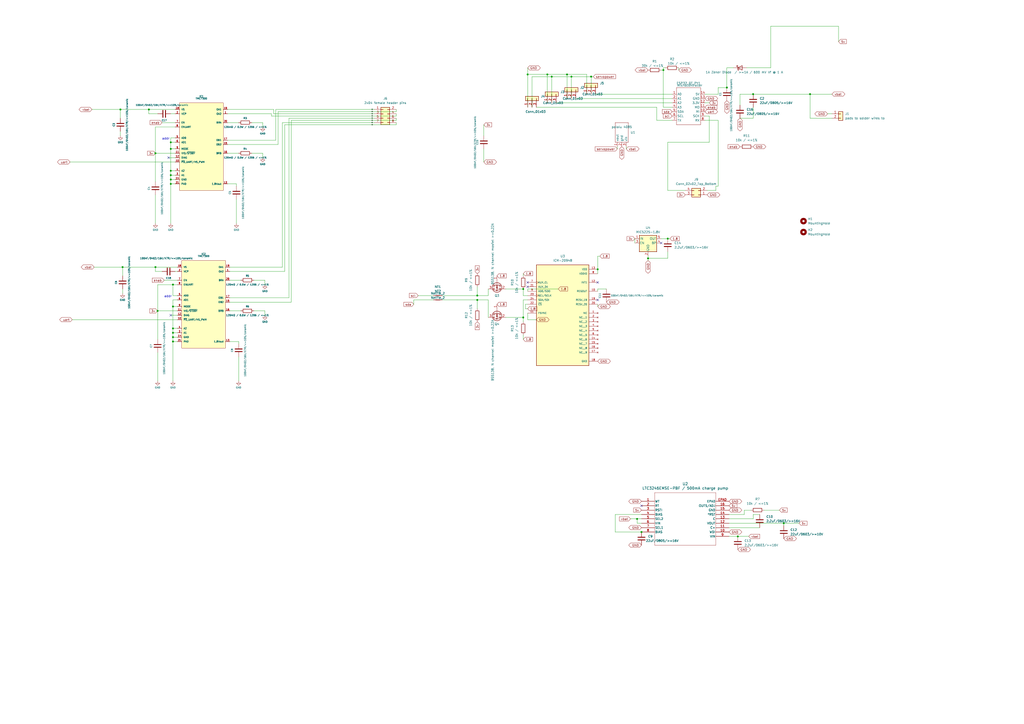
<source format=kicad_sch>
(kicad_sch (version 20230121) (generator eeschema)
  (paper "A2")
  (title_block (title "RCM NIBBLE") (rev "1.5") (company "RCMgames") (comment 1 "https://github.com/RCMgames/RCM-Hardware-Nibble"))
  (junction (at 427.99 311.15))
  (junction (at 320.04 44.45))
  (junction (at 346.71 156.21))
  (junction (at 276.86 173.99))
  (junction (at 100.33 165.1))
  (junction (at 469.9 54.61))
  (junction (at 100.33 198.12))
  (junction (at 303.53 167.64))
  (junction (at 91.44 180.34))
  (junction (at 99.06 99.06))
  (junction (at 375.92 149.86))
  (junction (at 99.06 86.36))
  (junction (at 317.5 43.18))
  (junction (at 100.33 177.8))
  (junction (at 99.06 106.68))
  (junction (at 90.17 88.9))
  (junction (at 99.06 101.6))
  (junction (at 384.81 40.64))
  (junction (at 421.64 50.8))
  (junction (at 342.9 44.45))
  (junction (at 331.47 44.45))
  (junction (at 387.35 138.43))
  (junction (at 99.06 104.14))
  (junction (at 71.12 154.94))
  (junction (at 276.86 171.45))
  (junction (at 372.11 308.61))
  (junction (at 369.57 300.99))
  (junction (at 100.33 195.58))
  (junction (at 100.33 193.04))
  (junction (at 90.17 154.94))
  (junction (at 100.33 190.5))
  (junction (at 436.88 54.61))
  (junction (at 86.36 63.5))
  (junction (at 99.06 82.55))
  (junction (at 303.53 184.15))
  (junction (at 454.66 303.53))
  (junction (at 306.07 43.18))
  (junction (at 69.85 63.5))
  (junction (at 328.93 43.18))
  (no_connect (at 97.79 91.44))
  (no_connect (at 346.71 173.99))
  (no_connect (at 383.54 140.97))
  (no_connect (at 306.07 166.37))
  (no_connect (at 99.06 182.88))
  (no_connect (at 306.07 163.83))
  (no_connect (at 346.71 163.83))
  (no_connect (at 372.11 293.37))
  (wire (pts (xy 102.87 165.1) (xy 100.33 165.1)))
  (wire (pts (xy 433.07 39.37) (xy 447.04 39.37)))
  (wire (pts (xy 240.03 176.53) (xy 240.03 173.99)))
  (wire (pts (xy 146.05 71.12) (xy 152.4 71.12)))
  (wire (pts (xy 242.57 171.45) (xy 251.46 171.45)))
  (wire (pts (xy 422.91 300.99) (xy 436.88 300.99)))
  (wire (pts (xy 425.45 39.37) (xy 421.64 39.37)))
  (wire (pts (xy 167.64 68.58) (xy 167.64 172.72)))
  (wire (pts (xy 93.98 157.48) (xy 90.17 157.48)))
  (wire (pts (xy 283.21 184.15) (xy 283.21 173.99)))
  (wire (pts (xy 99.06 86.36) (xy 99.06 99.06)))
  (wire (pts (xy 408.94 69.85) (xy 416.56 69.85)))
  (wire (pts (xy 375.92 149.86) (xy 375.92 148.59)))
  (wire (pts (xy 436.88 300.99) (xy 436.88 298.45)))
  (wire (pts (xy 381 62.23) (xy 381 69.85)))
  (wire (pts (xy 90.17 154.94) (xy 102.87 154.94)))
  (wire (pts (xy 157.48 66.04) (xy 157.48 67.31)))
  (wire (pts (xy 101.6 80.01) (xy 99.06 80.01)))
  (wire (pts (xy 422.91 311.15) (xy 427.99 311.15)))
  (wire (pts (xy 306.07 179.07) (xy 304.8 179.07)))
  (wire (pts (xy 139.7 180.34) (xy 133.35 180.34)))
  (wire (pts (xy 147.32 180.34) (xy 153.67 180.34)))
  (wire (pts (xy 454.66 303.53) (xy 454.66 304.8)))
  (wire (pts (xy 320.04 59.69) (xy 320.04 44.45)))
  (wire (pts (xy 387.35 82.55) (xy 411.48 82.55)))
  (wire (pts (xy 99.06 66.04) (xy 101.6 66.04)))
  (wire (pts (xy 429.26 54.61) (xy 429.26 60.96)))
  (wire (pts (xy 132.08 66.04) (xy 157.48 66.04)))
  (wire (pts (xy 447.04 39.37) (xy 447.04 15.24)))
  (wire (pts (xy 303.53 171.45) (xy 306.07 171.45)))
  (wire (pts (xy 133.35 154.94) (xy 163.83 154.94)))
  (wire (pts (xy 429.26 54.61) (xy 436.88 54.61)))
  (wire (pts (xy 99.06 80.01) (xy 99.06 82.55)))
  (wire (pts (xy 383.54 40.64) (xy 384.81 40.64)))
  (wire (pts (xy 306.07 43.18) (xy 306.07 62.23)))
  (wire (pts (xy 304.8 179.07) (xy 304.8 176.53)))
  (wire (pts (xy 356.87 298.45) (xy 356.87 308.61)))
  (wire (pts (xy 306.07 167.64) (xy 323.85 167.64)))
  (wire (pts (xy 436.88 68.58) (xy 429.26 68.58)))
  (wire (pts (xy 346.71 156.21) (xy 346.71 158.75)))
  (wire (pts (xy 102.87 195.58) (xy 100.33 195.58)))
  (wire (pts (xy 102.87 190.5) (xy 100.33 190.5)))
  (wire (pts (xy 431.8 298.45) (xy 422.91 298.45)))
  (wire (pts (xy 90.17 113.03) (xy 90.17 129.54)))
  (wire (pts (xy 469.9 54.61) (xy 482.6 54.61)))
  (wire (pts (xy 320.04 44.45) (xy 331.47 44.45)))
  (wire (pts (xy 99.06 101.6) (xy 99.06 104.14)))
  (wire (pts (xy 137.16 107.95) (xy 137.16 106.68)))
  (wire (pts (xy 482.6 68.58) (xy 469.9 68.58)))
  (wire (pts (xy 317.5 43.18) (xy 317.5 59.69)))
  (wire (pts (xy 381 69.85) (xy 389.89 69.85)))
  (wire (pts (xy 69.85 68.58) (xy 69.85 63.5)))
  (wire (pts (xy 91.44 196.85) (xy 91.44 180.34)))
  (wire (pts (xy 303.53 194.31) (xy 303.53 196.85)))
  (wire (pts (xy 137.16 106.68) (xy 132.08 106.68)))
  (wire (pts (xy 306.07 39.37) (xy 306.07 43.18)))
  (wire (pts (xy 408.94 59.69) (xy 411.48 59.69)))
  (wire (pts (xy 346.71 167.64) (xy 346.71 168.91)))
  (wire (pts (xy 90.17 73.66) (xy 101.6 73.66)))
  (wire (pts (xy 416.56 54.61) (xy 416.56 50.8)))
  (wire (pts (xy 160.02 63.5) (xy 160.02 81.28)))
  (wire (pts (xy 229.87 64.77) (xy 229.87 63.5)))
  (wire (pts (xy 384.81 40.64) (xy 384.81 62.23)))
  (wire (pts (xy 431.8 295.91) (xy 431.8 298.45)))
  (wire (pts (xy 100.33 190.5) (xy 100.33 193.04)))
  (wire (pts (xy 168.91 69.85) (xy 229.87 69.85)))
  (wire (pts (xy 358.14 86.36) (xy 358.14 85.09)))
  (wire (pts (xy 447.04 15.24) (xy 486.41 15.24)))
  (wire (pts (xy 165.1 72.39) (xy 165.1 157.48)))
  (wire (pts (xy 163.83 71.12) (xy 217.17 71.12)))
  (wire (pts (xy 256.54 171.45) (xy 276.86 171.45)))
  (wire (pts (xy 342.9 44.45) (xy 342.9 54.61)))
  (wire (pts (xy 158.75 63.5) (xy 158.75 66.04)))
  (wire (pts (xy 161.29 64.77) (xy 161.29 83.82)))
  (wire (pts (xy 101.6 82.55) (xy 99.06 82.55)))
  (wire (pts (xy 436.88 54.61) (xy 469.9 54.61)))
  (wire (pts (xy 276.86 173.99) (xy 283.21 173.99)))
  (wire (pts (xy 91.44 204.47) (xy 91.44 220.98)))
  (wire (pts (xy 276.86 166.37) (xy 276.86 171.45)))
  (wire (pts (xy 416.56 50.8) (xy 421.64 50.8)))
  (wire (pts (xy 138.43 207.01) (xy 138.43 220.98)))
  (wire (pts (xy 132.08 81.28) (xy 160.02 81.28)))
  (wire (pts (xy 393.7 39.37) (xy 393.7 40.64)))
  (wire (pts (xy 306.07 43.18) (xy 317.5 43.18)))
  (wire (pts (xy 100.33 165.1) (xy 100.33 171.45)))
  (wire (pts (xy 160.02 63.5) (xy 217.17 63.5)))
  (wire (pts (xy 99.06 99.06) (xy 99.06 101.6)))
  (wire (pts (xy 322.58 59.69) (xy 389.89 59.69)))
  (wire (pts (xy 229.87 69.85) (xy 229.87 68.58)))
  (wire (pts (xy 69.85 78.74) (xy 69.85 76.2)))
  (wire (pts (xy 102.87 193.04) (xy 100.33 193.04)))
  (wire (pts (xy 138.43 71.12) (xy 132.08 71.12)))
  (wire (pts (xy 100.33 173.99) (xy 100.33 177.8)))
  (wire (pts (xy 372.11 303.53) (xy 369.57 303.53)))
  (wire (pts (xy 369.57 300.99) (xy 372.11 300.99)))
  (wire (pts (xy 101.6 99.06) (xy 99.06 99.06)))
  (wire (pts (xy 90.17 157.48) (xy 90.17 154.94)))
  (wire (pts (xy 276.86 173.99) (xy 276.86 179.07)))
  (wire (pts (xy 147.32 162.56) (xy 153.67 162.56)))
  (wire (pts (xy 101.6 101.6) (xy 99.06 101.6)))
  (wire (pts (xy 303.53 186.69) (xy 303.53 184.15)))
  (wire (pts (xy 303.53 173.99) (xy 306.07 173.99)))
  (wire (pts (xy 317.5 43.18) (xy 328.93 43.18)))
  (wire (pts (xy 387.35 110.49) (xy 397.51 110.49)))
  (wire (pts (xy 158.75 66.04) (xy 217.17 66.04)))
  (wire (pts (xy 384.81 62.23) (xy 389.89 62.23)))
  (wire (pts (xy 387.35 138.43) (xy 383.54 138.43)))
  (wire (pts (xy 408.94 54.61) (xy 416.56 54.61)))
  (wire (pts (xy 99.06 104.14) (xy 99.06 106.68)))
  (wire (pts (xy 280.67 86.36) (xy 280.67 93.98)))
  (wire (pts (xy 256.54 173.99) (xy 276.86 173.99)))
  (wire (pts (xy 102.87 177.8) (xy 100.33 177.8)))
  (wire (pts (xy 283.21 167.64) (xy 283.21 171.45)))
  (wire (pts (xy 132.08 83.82) (xy 161.29 83.82)))
  (wire (pts (xy 91.44 66.04) (xy 86.36 66.04)))
  (wire (pts (xy 138.43 88.9) (xy 132.08 88.9)))
  (wire (pts (xy 101.6 106.68) (xy 99.06 106.68)))
  (wire (pts (xy 53.34 63.5) (xy 69.85 63.5)))
  (wire (pts (xy 416.56 69.85) (xy 416.56 107.95)))
  (wire (pts (xy 91.44 165.1) (xy 91.44 180.34)))
  (wire (pts (xy 90.17 105.41) (xy 90.17 88.9)))
  (wire (pts (xy 163.83 71.12) (xy 163.83 154.94)))
  (wire (pts (xy 101.6 88.9) (xy 90.17 88.9)))
  (wire (pts (xy 293.37 167.64) (xy 303.53 167.64)))
  (wire (pts (xy 346.71 176.53) (xy 346.71 177.8)))
  (wire (pts (xy 387.35 146.05) (xy 387.35 149.86)))
  (wire (pts (xy 153.67 162.56) (xy 153.67 165.1)))
  (wire (pts (xy 303.53 184.15) (xy 293.37 184.15)))
  (wire (pts (xy 436.88 298.45) (xy 440.69 298.45)))
  (wire (pts (xy 102.87 173.99) (xy 100.33 173.99)))
  (wire (pts (xy 469.9 68.58) (xy 469.9 54.61)))
  (wire (pts (xy 331.47 44.45) (xy 331.47 57.15)))
  (wire (pts (xy 452.12 295.91) (xy 443.23 295.91)))
  (wire (pts (xy 240.03 173.99) (xy 251.46 173.99)))
  (wire (pts (xy 102.87 180.34) (xy 91.44 180.34)))
  (wire (pts (xy 347.98 148.59) (xy 346.71 148.59)))
  (wire (pts (xy 99.06 182.88) (xy 102.87 182.88)))
  (wire (pts (xy 454.66 303.53) (xy 463.55 303.53)))
  (wire (pts (xy 100.33 195.58) (xy 100.33 198.12)))
  (wire (pts (xy 303.53 171.45) (xy 303.53 167.64)))
  (wire (pts (xy 133.35 172.72) (xy 167.64 172.72)))
  (wire (pts (xy 101.6 157.48) (xy 102.87 157.48)))
  (wire (pts (xy 133.35 157.48) (xy 165.1 157.48)))
  (wire (pts (xy 153.67 180.34) (xy 153.67 182.88)))
  (wire (pts (xy 101.6 104.14) (xy 99.06 104.14)))
  (wire (pts (xy 408.94 67.31) (xy 411.48 67.31)))
  (wire (pts (xy 422.91 303.53) (xy 454.66 303.53)))
  (wire (pts (xy 306.07 181.61) (xy 306.07 185.42)))
  (wire (pts (xy 340.36 43.18) (xy 328.93 43.18)))
  (wire (pts (xy 102.87 198.12) (xy 100.33 198.12)))
  (wire (pts (xy 480.06 66.04) (xy 482.6 66.04)))
  (wire (pts (xy 71.12 170.18) (xy 71.12 167.64)))
  (wire (pts (xy 375.92 149.86) (xy 375.92 151.13)))
  (wire (pts (xy 384.81 39.37) (xy 384.81 40.64)))
  (wire (pts (xy 54.61 154.94) (xy 71.12 154.94)))
  (wire (pts (xy 152.4 88.9) (xy 152.4 91.44)))
  (wire (pts (xy 229.87 67.31) (xy 229.87 66.04)))
  (wire (pts (xy 415.29 110.49) (xy 410.21 110.49)))
  (wire (pts (xy 422.91 306.07) (xy 440.69 306.07)))
  (wire (pts (xy 365.76 300.99) (xy 369.57 300.99)))
  (wire (pts (xy 41.91 185.42) (xy 102.87 185.42)))
  (wire (pts (xy 91.44 165.1) (xy 100.33 165.1)))
  (wire (pts (xy 101.6 86.36) (xy 99.06 86.36)))
  (wire (pts (xy 486.41 15.24) (xy 486.41 24.13)))
  (wire (pts (xy 90.17 73.66) (xy 90.17 88.9)))
  (wire (pts (xy 132.08 63.5) (xy 158.75 63.5)))
  (wire (pts (xy 86.36 66.04) (xy 86.36 63.5)))
  (wire (pts (xy 342.9 44.45) (xy 344.17 44.45)))
  (wire (pts (xy 303.53 173.99) (xy 303.53 184.15)))
  (wire (pts (xy 363.22 86.36) (xy 363.22 85.09)))
  (wire (pts (xy 102.87 162.56) (xy 95.25 162.56)))
  (wire (pts (xy 368.3 138.43) (xy 368.3 140.97)))
  (wire (pts (xy 304.8 176.53) (xy 306.07 176.53)))
  (wire (pts (xy 303.53 158.75) (xy 303.53 160.02)))
  (wire (pts (xy 276.86 171.45) (xy 283.21 171.45)))
  (wire (pts (xy 334.01 57.15) (xy 389.89 57.15)))
  (wire (pts (xy 71.12 160.02) (xy 71.12 154.94)))
  (wire (pts (xy 165.1 72.39) (xy 229.87 72.39)))
  (wire (pts (xy 86.36 63.5) (xy 101.6 63.5)))
  (wire (pts (xy 157.48 67.31) (xy 229.87 67.31)))
  (wire (pts (xy 217.17 68.58) (xy 167.64 68.58)))
  (wire (pts (xy 100.33 193.04) (xy 100.33 195.58)))
  (wire (pts (xy 387.35 149.86) (xy 375.92 149.86)))
  (wire (pts (xy 421.64 39.37) (xy 421.64 50.8)))
  (wire (pts (xy 99.06 106.68) (xy 99.06 129.54)))
  (wire (pts (xy 168.91 69.85) (xy 168.91 175.26)))
  (wire (pts (xy 340.36 54.61) (xy 340.36 43.18)))
  (wire (pts (xy 161.29 64.77) (xy 229.87 64.77)))
  (wire (pts (xy 415.29 107.95) (xy 415.29 110.49)))
  (wire (pts (xy 308.61 44.45) (xy 320.04 44.45)))
  (wire (pts (xy 71.12 154.94) (xy 90.17 154.94)))
  (wire (pts (xy 411.48 67.31) (xy 411.48 82.55)))
  (wire (pts (xy 99.06 82.55) (xy 99.06 86.36)))
  (wire (pts (xy 40.64 93.98) (xy 101.6 93.98)))
  (wire (pts (xy 280.67 72.39) (xy 280.67 78.74)))
  (wire (pts (xy 138.43 198.12) (xy 133.35 198.12)))
  (wire (pts (xy 101.6 71.12) (xy 93.98 71.12)))
  (wire (pts (xy 146.05 88.9) (xy 152.4 88.9)))
  (wire (pts (xy 308.61 44.45) (xy 308.61 62.23)))
  (wire (pts (xy 138.43 199.39) (xy 138.43 198.12)))
  (wire (pts (xy 372.11 298.45) (xy 356.87 298.45)))
  (wire (pts (xy 102.87 171.45) (xy 100.33 171.45)))
  (wire (pts (xy 229.87 72.39) (xy 229.87 71.12)))
  (wire (pts (xy 306.07 168.91) (xy 306.07 167.64)))
  (wire (pts (xy 427.99 311.15) (xy 434.34 311.15)))
  (wire (pts (xy 435.61 295.91) (xy 431.8 295.91)))
  (wire (pts (xy 100.33 198.12) (xy 100.33 220.98)))
  (wire (pts (xy 139.7 162.56) (xy 133.35 162.56)))
  (wire (pts (xy 133.35 175.26) (xy 168.91 175.26)))
  (wire (pts (xy 416.56 107.95) (xy 415.29 107.95)))
  (wire (pts (xy 346.71 148.59) (xy 346.71 156.21)))
  (wire (pts (xy 100.33 177.8) (xy 100.33 190.5)))
  (wire (pts (xy 356.87 308.61) (xy 372.11 308.61)))
  (wire (pts (xy 369.57 300.99) (xy 369.57 303.53)))
  (wire (pts (xy 311.15 62.23) (xy 381 62.23)))
  (wire (pts (xy 384.81 39.37) (xy 386.08 39.37)))
  (wire (pts (xy 388.62 138.43) (xy 387.35 138.43)))
  (wire (pts (xy 152.4 71.12) (xy 152.4 73.66)))
  (wire (pts (xy 436.88 62.23) (xy 436.88 68.58)))
  (wire (pts (xy 351.79 167.64) (xy 346.71 167.64)))
  (wire (pts (xy 345.44 54.61) (xy 389.89 54.61)))
  (wire (pts (xy 97.79 91.44) (xy 101.6 91.44)))
  (wire (pts (xy 331.47 44.45) (xy 342.9 44.45)))
  (wire (pts (xy 306.07 185.42) (xy 311.15 185.42)))
  (wire (pts (xy 69.85 63.5) (xy 86.36 63.5)))
  (wire (pts (xy 137.16 115.57) (xy 137.16 129.54)))
  (wire (pts (xy 328.93 57.15) (xy 328.93 43.18)))
  (wire (pts (xy 387.35 110.49) (xy 387.35 82.55)))
  (text "addr\n" (at 93.98 81.28 0) (effects (font (size 1.27 1.27)) (justify left bottom)))
  (text "addr\n" (at 95.25 172.72 0) (effects (font (size 1.27 1.27)) (justify left bottom)))
  (global_label "5v" (shape input) (at 372.11 295.91 180) (property "Intersheetrefs" "${INTERSHEET_REFS}" (effects hide)))
  (global_label "1.8" (shape input) (at 303.53 196.85 0) (property "Intersheetrefs" "${INTERSHEET_REFS}" (effects hide)))
  (global_label "3v" (shape input) (at 90.17 88.9 180) (property "Intersheetrefs" "${INTERSHEET_REFS}" (effects hide)))
  (global_label "enab" (shape input) (at 95.25 162.56 180) (property "Intersheetrefs" "${INTERSHEET_REFS}" (effects hide)))
  (global_label "servopower" (shape input) (at 344.17 44.45 0) (property "Intersheetrefs" "${INTERSHEET_REFS}" (effects hide)))
  (global_label "GND" (shape bidirectional) (at 410.21 113.03 0) (property "Intersheetrefs" "${INTERSHEET_REFS}" (effects hide)))
  (global_label "GND" (shape bidirectional) (at 454.66 312.42 0) (property "Intersheetrefs" "${INTERSHEET_REFS}" (effects hide)))
  (global_label "GND" (shape bidirectional) (at 306.07 39.37 0) (property "Intersheetrefs" "${INTERSHEET_REFS}" (effects hide)))
  (global_label "GND" (shape bidirectional) (at 372.11 306.07 180) (property "Intersheetrefs" "${INTERSHEET_REFS}" (effects hide)))
  (global_label "GND" (shape bidirectional) (at 372.11 290.83 180) (property "Intersheetrefs" "${INTERSHEET_REFS}" (effects hide)))
  (global_label "1.8" (shape input) (at 323.85 167.64 0) (property "Intersheetrefs" "${INTERSHEET_REFS}" (effects hide)))
  (global_label "GND" (shape bidirectional) (at 427.99 318.77 0) (property "Intersheetrefs" "${INTERSHEET_REFS}" (effects hide)))
  (global_label "vbat" (shape input) (at 365.76 300.99 180) (property "Intersheetrefs" "${INTERSHEET_REFS}" (effects hide)))
  (global_label "GND" (shape bidirectional) (at 346.71 177.8 0) (property "Intersheetrefs" "${INTERSHEET_REFS}" (effects hide)))
  (global_label "uart" (shape bidirectional) (at 40.64 93.98 180) (property "Intersheetrefs" "${INTERSHEET_REFS}" (effects hide)))
  (global_label "5v" (shape input) (at 422.91 293.37 0) (property "Intersheetrefs" "${INTERSHEET_REFS}" (effects hide)))
  (global_label "GND" (shape bidirectional) (at 421.64 58.42 270) (property "Intersheetrefs" "${INTERSHEET_REFS}" (effects hide)))
  (global_label "enab" (shape input) (at 429.26 85.09 180) (property "Intersheetrefs" "${INTERSHEET_REFS}" (effects hide)))
  (global_label "3v" (shape input) (at 276.86 158.75 90) (property "Intersheetrefs" "${INTERSHEET_REFS}" (effects hide)))
  (global_label "1.8" (shape input) (at 347.98 148.59 0) (property "Intersheetrefs" "${INTERSHEET_REFS}" (effects hide)))
  (global_label "GND" (shape bidirectional) (at 436.88 85.09 0) (property "Intersheetrefs" "${INTERSHEET_REFS}" (effects hide)))
  (global_label "3v" (shape input) (at 397.51 113.03 180) (property "Intersheetrefs" "${INTERSHEET_REFS}" (effects hide)))
  (global_label "3v" (shape input) (at 280.67 72.39 0) (property "Intersheetrefs" "${INTERSHEET_REFS}" (effects hide)))
  (global_label "1.8" (shape input) (at 288.29 176.53 0) (property "Intersheetrefs" "${INTERSHEET_REFS}" (effects hide)))
  (global_label "3v" (shape input) (at 276.86 186.69 270) (property "Intersheetrefs" "${INTERSHEET_REFS}" (effects hide)))
  (global_label "vbat" (shape bidirectional) (at 54.61 154.94 180) (property "Intersheetrefs" "${INTERSHEET_REFS}" (effects hide)))
  (global_label "vbat" (shape bidirectional) (at 375.92 40.64 180) (property "Intersheetrefs" "${INTERSHEET_REFS}" (effects hide)))
  (global_label "5v" (shape input) (at 486.41 24.13 0) (property "Intersheetrefs" "${INTERSHEET_REFS}" (effects hide)))
  (global_label "5v" (shape input) (at 452.12 295.91 0) (property "Intersheetrefs" "${INTERSHEET_REFS}" (effects hide)))
  (global_label "5v" (shape input) (at 463.55 303.53 0) (property "Intersheetrefs" "${INTERSHEET_REFS}" (effects hide)))
  (global_label "sda" (shape input) (at 389.89 64.77 180) (property "Intersheetrefs" "${INTERSHEET_REFS}" (effects hide)))
  (global_label "vbat" (shape bidirectional) (at 482.6 54.61 0) (property "Intersheetrefs" "${INTERSHEET_REFS}" (effects hide)))
  (global_label "GND" (shape bidirectional) (at 311.15 185.42 0) (property "Intersheetrefs" "${INTERSHEET_REFS}" (effects hide)))
  (global_label "1.8" (shape input) (at 288.29 160.02 0) (property "Intersheetrefs" "${INTERSHEET_REFS}" (effects hide)))
  (global_label "3v" (shape input) (at 411.48 59.69 0) (property "Intersheetrefs" "${INTERSHEET_REFS}" (effects hide)))
  (global_label "sda" (shape input) (at 240.03 176.53 180) (property "Intersheetrefs" "${INTERSHEET_REFS}" (effects hide)))
  (global_label "GND" (shape bidirectional) (at 393.7 40.64 0) (property "Intersheetrefs" "${INTERSHEET_REFS}" (effects hide)))
  (global_label "GND" (shape bidirectional) (at 422.91 290.83 0) (property "Intersheetrefs" "${INTERSHEET_REFS}" (effects hide)))
  (global_label "scl" (shape input) (at 389.89 67.31 180) (property "Intersheetrefs" "${INTERSHEET_REFS}" (effects hide)))
  (global_label "enab" (shape input) (at 408.94 62.23 0) (property "Intersheetrefs" "${INTERSHEET_REFS}" (effects hide)))
  (global_label "GND" (shape bidirectional) (at 480.06 66.04 180) (property "Intersheetrefs" "${INTERSHEET_REFS}" (effects hide)))
  (global_label "3v" (shape input) (at 91.44 180.34 180) (property "Intersheetrefs" "${INTERSHEET_REFS}" (effects hide)))
  (global_label "GND" (shape bidirectional) (at 422.91 308.61 0) (property "Intersheetrefs" "${INTERSHEET_REFS}" (effects hide)))
  (global_label "GND" (shape bidirectional) (at 429.26 68.58 270) (property "Intersheetrefs" "${INTERSHEET_REFS}" (effects hide)))
  (global_label "uart" (shape bidirectional) (at 41.91 185.42 180) (property "Intersheetrefs" "${INTERSHEET_REFS}" (effects hide)))
  (global_label "GND" (shape bidirectional) (at 375.92 151.13 270) (property "Intersheetrefs" "${INTERSHEET_REFS}" (effects hide)))
  (global_label "GND" (shape bidirectional) (at 360.68 85.09 270) (property "Intersheetrefs" "${INTERSHEET_REFS}" (effects hide)))
  (global_label "1.8" (shape input) (at 303.53 158.75 0) (property "Intersheetrefs" "${INTERSHEET_REFS}" (effects hide)))
  (global_label "vbat" (shape bidirectional) (at 53.34 63.5 180) (property "Intersheetrefs" "${INTERSHEET_REFS}" (effects hide)))
  (global_label "1.8" (shape input) (at 306.07 179.07 0) (property "Intersheetrefs" "${INTERSHEET_REFS}" (effects hide)))
  (global_label "vbat" (shape input) (at 434.34 311.15 0) (property "Intersheetrefs" "${INTERSHEET_REFS}" (effects hide)))
  (global_label "GND" (shape bidirectional) (at 280.67 93.98 0) (property "Intersheetrefs" "${INTERSHEET_REFS}" (effects hide)))
  (global_label "GND" (shape bidirectional) (at 422.91 295.91 0) (property "Intersheetrefs" "${INTERSHEET_REFS}" (effects hide)))
  (global_label "GND" (shape bidirectional) (at 372.11 316.23 180) (property "Intersheetrefs" "${INTERSHEET_REFS}" (effects hide)))
  (global_label "GND" (shape bidirectional) (at 351.79 175.26 0) (property "Intersheetrefs" "${INTERSHEET_REFS}" (effects hide)))
  (global_label "3v" (shape input) (at 368.3 138.43 180) (property "Intersheetrefs" "${INTERSHEET_REFS}" (effects hide)))
  (global_label "scl" (shape input) (at 242.57 171.45 180) (property "Intersheetrefs" "${INTERSHEET_REFS}" (effects hide)))
  (global_label "vbat" (shape bidirectional) (at 363.22 86.36 0) (property "Intersheetrefs" "${INTERSHEET_REFS}" (effects hide)))
  (global_label "GND" (shape bidirectional) (at 346.71 209.55 0) (property "Intersheetrefs" "${INTERSHEET_REFS}" (effects hide)))
  (global_label "enab" (shape input) (at 93.98 71.12 180) (property "Intersheetrefs" "${INTERSHEET_REFS}" (effects hide)))
  (global_label "GND" (shape bidirectional) (at 408.94 57.15 0) (property "Intersheetrefs" "${INTERSHEET_REFS}" (effects hide)))
  (global_label "servopower" (shape input) (at 358.14 86.36 180) (property "Intersheetrefs" "${INTERSHEET_REFS}" (effects hide)))
  (global_label "1.8" (shape input) (at 388.62 138.43 0) (property "Intersheetrefs" "${INTERSHEET_REFS}" (effects hide)))
  (global_label "uart" (shape bidirectional) (at 408.94 64.77 0) (property "Intersheetrefs" "${INTERSHEET_REFS}" (effects hide)))
  (netclass_flag "" (length 0.1) (shape dot) (at 215.8659 71.12 0) (property "Netclass" "motor out" (effects hide)))
  (netclass_flag "" (length 0.1) (shape dot) (at 215.9 72.39 0) (property "Netclass" "motor out" (effects hide)))
  (netclass_flag "" (length 0.1) (shape dot) (at 215.9 69.85 0) (property "Netclass" "motor out" (effects hide)))
  (netclass_flag "" (length 0.1) (shape dot) (at 215.9 63.5 0) (property "Netclass" "motor out" (effects hide)))
  (netclass_flag "" (length 0.1) (shape dot) (at 215.9 68.58 0) (property "Netclass" "motor out" (effects hide)))
  (netclass_flag "" (length 0.1) (shape dot) (at 215.9 67.31 0) (property "Netclass" "motor out" (effects hide)))
  (netclass_flag "" (length 0.1) (shape dot) (at 215.9 64.77 0) (property "Netclass" "motor out" (effects hide)))
  (netclass_flag "" (length 0.1) (shape dot) (at 215.9 66.04 0) (property "Netclass" "motor out" (effects hide)))
  (symbol (lib_id "Connector_Generic:Conn_01x03") (at 342.9 49.53 90) (unit 1)
    (property "Reference" "J5" (at 347.98 48.26 90) (effects (justify right)))
    (property "Value" "Conn_01x03" (at 337.82 54.61 90) (effects (justify right)))
    (property "Footprint" "Connector_PinHeader_2.54mm:PinHeader_1x03_P2.54mm_Vertical" (effects hide))
    (property "Package" "tht" (effects hide))
    (property "mpn" "do not place or purchase for PCB assembly" (effects hide))
    (property "mount_type" "tht" (effects hide))
  )
  (symbol (lib_id "Device:R") (at 143.51 180.34 270) (unit 1)
    (property "Reference" "R6" (at 143.51 177.8 90) (effects (font (size 0.9906 0.9906))))
    (property "Value" "120mΩ / 0.5W / 1206 / <=1%" (at 143.51 182.88 90) (effects (font (size 0.9906 0.9906))))
    (property "Footprint" "Resistor_SMD:R_1206_3216Metric" (effects hide))
    (property "digikey part #" "CRL1206-FW-R120ELFCT-ND" (effects hide))
    (property "Manufacturer" "any" (effects hide))
    (property "Package" "1206" (effects hide))
    (property "mount_type" "smt" (effects hide))
    (property "mpn" "CRL1206-FW-R120ELF" (effects hide))
    (property "link" "https://www.digikey.com/en/products/detail/bourns-inc/CRL1206-FW-R120ELF/3785719" (effects hide))
  )
  (symbol (lib_id "Device:R") (at 303.53 163.83 180) (unit 1)
    (property "Reference" "R10" (at 297.18 163.83 90))
    (property "Value" "10k / <=1%" (at 299.72 163.83 90))
    (property "Footprint" "Resistor_SMD:R_0402_1005Metric" (effects hide))
    (property "digikey part #" "CR0402-FX-1002GLFCT-ND" (effects hide))
    (property "Manufacturer" "any" (effects hide))
    (property "Package" "0402" (effects hide))
    (property "mount_type" "smt" (effects hide))
    (property "mpn" "CR0402-FX-1002GLF" (effects hide))
    (property "link" "https://www.digikey.com/en/products/detail/bourns-inc/CR0402-FX-1002GLF/3593192" (effects hide))
  )
  (symbol (lib_id "Device:C") (at 387.35 142.24 0) (unit 1)
    (property "Reference" "C14" (at 391.16 140.97 0) (effects (justify left)))
    (property "Value" "2.2uF/0603/>=16V" (at 391.16 143.51 0) (effects (justify left)))
    (property "Footprint" "Capacitor_SMD:C_0603_1608Metric" (effects hide))
    (property "mount_type" "smt" (effects hide))
    (property "Manufacturer" "any" (effects hide))
    (property "Package" "0603" (effects hide))
    (property "digikey part #" "4713-GMC10X7R225K16NTCT-ND" (effects hide))
    (property "link" "https://www.digikey.cn/en/products/detail/cal-chip-electronics-inc/GMC10X7R225K16NT/22461333" (effects hide))
    (property "mpn" "GMC10X7R225K16NT" (effects hide))
  )
  (symbol (lib_id "Transistor_FET:BSS138") (at 288.29 181.61 90) (mirror x) (unit 1)
    (property "Reference" "Q4" (at 288.29 187.96 90))
    (property "Value" "BSS138, N channel mosfet >=0.22A" (at 285.75 203.2 0))
    (property "Footprint" "Package_TO_SOT_SMD:SOT-23" (effects hide))
    (property "Datasheet" "https://www.onsemi.com/pub/Collateral/BSS138-D.PDF" (effects hide))
    (property "Package" "SOT-23" (effects hide))
    (property "Manufacturer" "any" (effects hide))
    (property "digikey part #" "BSS138CT-ND" (effects hide))
    (property "link" "https://www.digikey.com/en/products/detail/onsemi/BSS138/244210" (effects hide))
    (property "mount_type" "smt" (effects hide))
    (property "mpn" "BSS138" (effects hide))
  )
  (symbol (lib_id "power:GND") (at 100.33 220.98 0) (unit 1)
    (property "Reference" "#PWR011" (effects hide))
    (property "Value" "GND" (at 100.33 224.79 0) (effects (font (size 0.9906 0.9906))))
  )
  (symbol (lib_id "!RCMhardware:LTC3246EMSE-PBF") (at 372.11 290.83 0) (unit 1)
    (property "Reference" "U2" (at 397.51 280.67 0) (effects (font (size 1.524 1.524))))
    (property "Value" "LTC3246EMSE-PBF / 500mA charge pump" (at 397.51 283.21 0) (effects (font (size 1.524 1.524))))
    (property "Footprint" "!RCMhardware footprints:MSE_16_ADI" (effects hide))
    (property "Datasheet" "LTC3246EMSE-PBF" (effects hide))
    (property "mount_type" "smt" (effects hide))
    (property "Manufacturer" "Analog Devices" (effects hide))
    (property "Package" "16-TFSOP (0.118\", 3.00mm Width) Exposed Pad" (effects hide))
    (property "digikey part #" "LTC3246EMSE#PBF-ND" (effects hide))
    (property "link" "https://www.digikey.com/en/products/detail/analog-devices-inc/LTC3246EMSE-PBF/7363792" (effects hide))
    (property "mpn" "LTC3246EMSE#PBF" (effects hide))
  )
  (symbol (lib_id "Device:R") (at 439.42 295.91 90) (unit 1)
    (property "Reference" "R7" (at 439.42 289.56 90))
    (property "Value" "10k / <=1%" (at 439.42 292.1 90))
    (property "Footprint" "Resistor_SMD:R_0402_1005Metric" (effects hide))
    (property "digikey part #" "CR0402-FX-1002GLFCT-ND" (effects hide))
    (property "Manufacturer" "any" (effects hide))
    (property "Package" "0402" (effects hide))
    (property "mount_type" "smt" (effects hide))
    (property "mpn" "CR0402-FX-1002GLF" (effects hide))
    (property "link" "https://www.digikey.com/en/products/detail/bourns-inc/CR0402-FX-1002GLF/3593192" (effects hide))
  )
  (symbol (lib_id "Device:C") (at 440.69 302.26 0) (unit 1)
    (property "Reference" "C10" (at 444.5 299.72 0) (effects (justify left)))
    (property "Value" "2.2uF/0603/>=16V" (at 444.5 302.26 0) (effects (justify left)))
    (property "Footprint" "Capacitor_SMD:C_0603_1608Metric" (effects hide))
    (property "mount_type" "smt" (effects hide))
    (property "Manufacturer" "any" (effects hide))
    (property "Package" "0603" (effects hide))
    (property "digikey part #" "4713-GMC10X7R225K16NTCT-ND" (effects hide))
    (property "link" "https://www.digikey.cn/en/products/detail/cal-chip-electronics-inc/GMC10X7R225K16NT/22461333" (effects hide))
    (property "mpn" "GMC10X7R225K16NT" (effects hide))
  )
  (symbol (lib_id "!RCMhardware:ESP32_QT_PY") (at 400.05 62.23 0) (unit 1)
    (property "Reference" "ESP32_QT_PY1" (at 399.415 48.26 0))
    (property "Value" "microcontroller" (at 400.05 49.53 0))
    (property "Footprint" "!RCMhardware footprints:ESP32 QT PY" (effects hide))
    (property "digikey part #" "1528-5426-ND or 1528-5700-ND" (effects hide))
    (property "Manufacturer" "do not place or purchase for PCB assembly" (effects hide))
    (property "Package" "tht" (effects hide))
    (property "mount_type" "tht" (effects hide))
    (property "mpn" "do not place or purchase for PCB assembly" (effects hide))
  )
  (symbol (lib_id "Device:C") (at 90.17 109.22 0) (unit 1)
    (property "Reference" "C4" (at 86.36 109.22 90) (effects (font (size 0.9906 0.9906))))
    (property "Value" "100nF/0402/16V/X7R/<=10%/ceramic" (at 93.98 109.22 90) (effects (font (size 0.9906 0.9906))))
    (property "Footprint" "Capacitor_SMD:C_0402_1005Metric" (effects hide))
    (property "digikey part #" "4713-GMC04X7R104K50NTCT-ND" (effects hide))
    (property "Manufacturer" "any" (effects hide))
    (property "Package" "0402" (effects hide))
    (property "mount_type" "smt" (effects hide))
    (property "mpn" "GMC04X7R104K50NT" (effects hide))
    (property "link" "https://www.digikey.cn/en/products/detail/cal-chip-electronics-inc/GMC04X7R104K50NT/18151122" (effects hide))
  )
  (symbol (lib_id "!RCMhardware:TMC7300-Trinamic") (at 116.84 85.09 0) (unit 1)
    (property "Reference" "IC1" (at 116.84 55.88 0) (effects (font (size 0.9906 0.9906))))
    (property "Value" "TMC7300" (at 116.84 57.15 0) (effects (font (size 0.9906 0.9906))))
    (property "Footprint" "!RCMhardware footprints:QFN-20-1EP_3x3mm_P0.4mm_EP1.65x1.65mm" (effects hide))
    (property "Datasheet" "https://www.analog.com/media/en/technical-documentation/data-sheets/TMC7300_datasheet_rev1.08.pdf" (effects hide))
    (property "digikey part #" "175-TMC7300-LA-TCT-ND" (effects hide))
    (property "Manufacturer" "Analog Devices" (effects hide))
    (property "Package" "QFN-20-1EP_3x3mm_P0.4mm_EP1.65x1.65mm" (effects hide))
    (property "mount_type" "smt" (effects hide))
    (property "mpn" "TMC7300-LA-T" (effects hide))
    (property "link" "https://www.digikey.com/en/products/detail/analog-devices-inc-maxim-integrated/TMC7300-LA-T/11483537" (effects hide))
  )
  (symbol (lib_id "power:GND") (at 152.4 73.66 0) (unit 1)
    (property "Reference" "#PWR01" (effects hide))
    (property "Value" "GND" (at 152.4 77.47 0) (effects (font (size 0.9906 0.9906))))
  )
  (symbol (lib_id "Connector_Generic:Conn_02x02_Top_Bottom") (at 405.13 113.03 180) (unit 1)
    (property "Reference" "J9" (at 403.86 104.14 0))
    (property "Value" "Conn_02x02_Top_Bottom" (at 403.86 106.68 0))
    (property "Footprint" "Connector_PinHeader_2.54mm:PinHeader_2x02_P2.54mm_Vertical" (effects hide))
    (property "Package" "tht" (effects hide))
    (property "Manufacturer" "do not place or purchase for PCB assembly" (effects hide))
    (property "mount_type" "tht" (effects hide))
    (property "mpn" "do not place or purchase for PCB assembly" (effects hide))
  )
  (symbol (lib_id "power:GND") (at 153.67 165.1 0) (unit 1)
    (property "Reference" "#PWR07" (effects hide))
    (property "Value" "GND" (at 153.67 168.91 0) (effects (font (size 0.9906 0.9906))))
  )
  (symbol (lib_id "Device:C") (at 69.85 72.39 0) (unit 1)
    (property "Reference" "C3" (at 66.04 72.39 90) (effects (font (size 0.9906 0.9906))))
    (property "Value" "100nF/0402/16V/X7R/<=10%/ceramic" (at 73.66 72.39 90) (effects (font (size 0.9906 0.9906))))
    (property "Footprint" "Capacitor_SMD:C_0402_1005Metric" (effects hide))
    (property "digikey part #" "4713-GMC04X7R104K50NTCT-ND" (effects hide))
    (property "Manufacturer" "any" (effects hide))
    (property "Package" "0402" (effects hide))
    (property "mount_type" "smt" (effects hide))
    (property "mpn" "GMC04X7R104K50NT" (effects hide))
    (property "link" "https://www.digikey.cn/en/products/detail/cal-chip-electronics-inc/GMC04X7R104K50NT/18151122" (effects hide))
  )
  (symbol (lib_id "Device:NetTie_2") (at 254 171.45 0) (unit 1) (in_bom no)
    (property "Reference" "NT1" (at 254 166.37 0))
    (property "Value" "NetTie_2" (at 254 170.18 0))
    (property "Footprint" "Jumper:SolderJumper-2_P1.3mm_Bridged_Pad1.0x1.5mm" (effects hide))
    (property "Package" "n/a" (effects hide))
    (property "Manufacturer" "n/a" (effects hide))
    (property "digikey part #" "n/a" (effects hide))
    (property "link" "n/a" (effects hide))
    (property "mount_type" "tht" (effects hide))
    (property "mpn" "do not place or purchase for PCB assembly" (effects hide))
  )
  (symbol (lib_id "power:GND") (at 152.4 91.44 0) (unit 1)
    (property "Reference" "#PWR03" (effects hide))
    (property "Value" "GND" (at 152.4 95.25 0) (effects (font (size 0.9906 0.9906))))
  )
  (symbol (lib_id "power:GND") (at 153.67 182.88 0) (unit 1)
    (property "Reference" "#PWR09" (effects hide))
    (property "Value" "GND" (at 153.67 186.69 0) (effects (font (size 0.9906 0.9906))))
  )
  (symbol (lib_id "Device:C") (at 97.79 157.48 90) (unit 1)
    (property "Reference" "C18" (at 97.79 161.29 90) (effects (font (size 0.9906 0.9906))))
    (property "Value" "100nF/0402/16V/X7R/<=10%/ceramic" (at 96.52 149.86 90) (effects (font (size 0.9906 0.9906))))
    (property "Footprint" "Capacitor_SMD:C_0402_1005Metric" (effects hide))
    (property "digikey part #" "4713-GMC04X7R104K50NTCT-ND" (effects hide))
    (property "Manufacturer" "any" (effects hide))
    (property "Package" "0402" (effects hide))
    (property "mount_type" "smt" (effects hide))
    (property "mpn" "GMC04X7R104K50NT" (effects hide))
    (property "link" "https://www.digikey.cn/en/products/detail/cal-chip-electronics-inc/GMC04X7R104K50NT/18151122" (effects hide))
  )
  (symbol (lib_id "Device:C") (at 372.11 312.42 180) (unit 1)
    (property "Reference" "C9" (at 375.92 311.15 0) (effects (justify right)))
    (property "Value" "22uF/0805/>=16V" (at 374.65 313.69 0) (effects (justify right)))
    (property "Footprint" "Capacitor_SMD:C_0805_2012Metric" (effects hide))
    (property "digikey part #" "4713-GMC21X5R226M25NTCT-ND" (effects hide))
    (property "Manufacturer" "any" (effects hide))
    (property "Package" "0805" (effects hide))
    (property "mount_type" "smt" (effects hide))
    (property "mpn" "GMC21X5R226M25NT" (effects hide))
    (property "link" "https://www.digikey.cn/en/products/detail/cal-chip-electronics-inc/GMC21X5R226M25NT/18151071" (effects hide))
  )
  (symbol (lib_id "Connector_Generic:Conn_01x03") (at 320.04 54.61 90) (unit 1)
    (property "Reference" "J3" (at 325.12 53.34 90) (effects (justify right)))
    (property "Value" "Conn_01x03" (at 314.96 59.69 90) (effects (justify right)))
    (property "Footprint" "Connector_PinHeader_2.54mm:PinHeader_1x03_P2.54mm_Vertical" (effects hide))
    (property "Package" "tht" (effects hide))
    (property "mpn" "do not place or purchase for PCB assembly" (effects hide))
    (property "mount_type" "tht" (effects hide))
  )
  (symbol (lib_id "Device:C") (at 137.16 111.76 0) (unit 1)
    (property "Reference" "C5" (at 133.35 111.76 90) (effects (font (size 0.9906 0.9906))))
    (property "Value" "100nF/0402/16V/X7R/<=10%/ceramic" (at 140.97 111.76 90) (effects (font (size 0.9906 0.9906))))
    (property "Footprint" "Capacitor_SMD:C_0402_1005Metric" (effects hide))
    (property "digikey part #" "4713-GMC04X7R104K50NTCT-ND" (effects hide))
    (property "Manufacturer" "any" (effects hide))
    (property "Package" "0402" (effects hide))
    (property "mount_type" "smt" (effects hide))
    (property "mpn" "GMC04X7R104K50NT" (effects hide))
    (property "link" "https://www.digikey.cn/en/products/detail/cal-chip-electronics-inc/GMC04X7R104K50NT/18151122" (effects hide))
  )
  (symbol (lib_id "Device:R") (at 142.24 88.9 270) (unit 1)
    (property "Reference" "R4" (at 142.24 86.36 90) (effects (font (size 0.9906 0.9906))))
    (property "Value" "120mΩ / 0.5W / 1206 / <=1%" (at 142.24 91.44 90) (effects (font (size 0.9906 0.9906))))
    (property "Footprint" "Resistor_SMD:R_1206_3216Metric" (effects hide))
    (property "digikey part #" "CRL1206-FW-R120ELFCT-ND" (effects hide))
    (property "Manufacturer" "any" (effects hide))
    (property "Package" "1206" (effects hide))
    (property "mount_type" "smt" (effects hide))
    (property "mpn" "CRL1206-FW-R120ELF" (effects hide))
    (property "link" "https://www.digikey.com/en/products/detail/bourns-inc/CRL1206-FW-R120ELF/3785719" (effects hide))
  )
  (symbol (lib_id "Device:C") (at 95.25 66.04 90) (unit 1)
    (property "Reference" "C17" (at 95.25 69.85 90) (effects (font (size 0.9906 0.9906))))
    (property "Value" "100nF/0402/16V/X7R/<=10%/ceramic" (at 93.98 60.96 90) (effects (font (size 0.9906 0.9906))))
    (property "Footprint" "Capacitor_SMD:C_0402_1005Metric" (effects hide))
    (property "digikey part #" "4713-GMC04X7R104K50NTCT-ND" (effects hide))
    (property "Manufacturer" "any" (effects hide))
    (property "Package" "0402" (effects hide))
    (property "mount_type" "smt" (effects hide))
    (property "mpn" "GMC04X7R104K50NT" (effects hide))
    (property "link" "https://www.digikey.cn/en/products/detail/cal-chip-electronics-inc/GMC04X7R104K50NT/18151122" (effects hide))
  )
  (symbol (lib_id "Device:NetTie_2") (at 254 173.99 0) (unit 1) (in_bom no)
    (property "Reference" "NT2" (at 254 168.91 0))
    (property "Value" "NetTie_2" (at 254 172.72 0))
    (property "Footprint" "Jumper:SolderJumper-2_P1.3mm_Bridged_Pad1.0x1.5mm" (effects hide))
    (property "Package" "n/a" (effects hide))
    (property "Manufacturer" "n/a" (effects hide))
    (property "digikey part #" "n/a" (effects hide))
    (property "link" "n/a" (effects hide))
    (property "mount_type" "tht" (effects hide))
    (property "mpn" "do not place or purchase for PCB assembly" (effects hide))
  )
  (symbol (lib_id "Device:C") (at 351.79 171.45 0) (unit 1)
    (property "Reference" "C11" (at 347.98 171.45 90) (effects (font (size 0.9906 0.9906))))
    (property "Value" "100nF/0402/16V/X7R/<=10%/ceramic" (at 369.57 171.45 0) (effects (font (size 0.9906 0.9906))))
    (property "Footprint" "Capacitor_SMD:C_0402_1005Metric" (effects hide))
    (property "digikey part #" "4713-GMC04X7R104K50NTCT-ND" (effects hide))
    (property "Manufacturer" "any" (effects hide))
    (property "Package" "0402" (effects hide))
    (property "mount_type" "smt" (effects hide))
    (property "mpn" "GMC04X7R104K50NT" (effects hide))
    (property "link" "https://www.digikey.cn/en/products/detail/cal-chip-electronics-inc/GMC04X7R104K50NT/18151122" (effects hide))
  )
  (symbol (lib_id "!RCMhardware:ICM-20948") (at 326.39 171.45 0) (unit 1)
    (property "Reference" "U3" (at 326.39 148.59 0))
    (property "Value" "ICM-20948" (at 326.39 151.13 0))
    (property "Footprint" "!RCMhardware footprints:QFN40P300X300X105-24N" (effects hide))
    (property "Datasheet" "https://invensense.tdk.com/wp-content/uploads/2016/06/DS-000189-ICM-20948-v1.3.pdf" (effects hide))
    (property "Manufacturer" "TDK InvenSense" (effects hide))
    (property "Package" "24-QFN (3x3)" (effects hide))
    (property "link" "https://www.digikey.com/en/products/detail/tdk-invensense/ICM-20948/6623535" (effects hide))
    (property "digikey part #" "1428-1123-1-ND" (effects hide))
    (property "mount_type" "smt" (effects hide))
    (property "mpn" "ICM-20948" (effects hide))
  )
  (symbol (lib_id "Mechanical:MountingHole") (at 466.09 134.62 0) (unit 1)
    (property "Reference" "H2" (at 468.63 133.35 0) (effects (justify left)))
    (property "Value" "MountingHole" (at 468.63 135.89 0) (effects (justify left)))
    (property "Footprint" "MountingHole:MountingHole_2.2mm_M2" (effects hide))
    (property "Package" "n/a" (effects hide))
    (property "mpn" "n/a" (effects hide))
    (property "Manufacturer" "n/a" (effects hide))
    (property "digikey part #" "n/a" (effects hide))
    (property "link" "n/a" (effects hide))
    (property "mount_type" "n/a" (effects hide))
  )
  (symbol (lib_id "Device:C") (at 429.26 64.77 0) (unit 1)
    (property "Reference" "C16" (at 433.07 63.5 0) (effects (justify left)))
    (property "Value" "22uF/0805/>=16V" (at 433.07 66.04 0) (effects (justify left)))
    (property "Footprint" "Capacitor_SMD:C_0805_2012Metric" (effects hide))
    (property "digikey part #" "4713-GMC21X5R226M25NTCT-ND" (effects hide))
    (property "Manufacturer" "any" (effects hide))
    (property "Package" "0805" (effects hide))
    (property "mount_type" "smt" (effects hide))
    (property "mpn" "GMC21X5R226M25NT" (effects hide))
    (property "link" "https://www.digikey.cn/en/products/detail/cal-chip-electronics-inc/GMC21X5R226M25NT/18151071" (effects hide))
  )
  (symbol (lib_id "Connector_Generic:Conn_01x03") (at 331.47 52.07 90) (unit 1)
    (property "Reference" "J2" (at 336.55 50.8 90) (effects (justify right)))
    (property "Value" "Conn_01x03" (at 326.39 57.15 90) (effects (justify right)))
    (property "Footprint" "Connector_PinHeader_2.54mm:PinHeader_1x03_P2.54mm_Vertical" (effects hide))
    (property "Package" "tht" (effects hide))
    (property "mpn" "do not place or purchase for PCB assembly" (effects hide))
    (property "mount_type" "tht" (effects hide))
  )
  (symbol (lib_id "Device:C") (at 71.12 163.83 0) (unit 1)
    (property "Reference" "C6" (at 67.31 163.83 90) (effects (font (size 0.9906 0.9906))))
    (property "Value" "100nF/0402/16V/X7R/<=10%/ceramic" (at 74.93 163.83 90) (effects (font (size 0.9906 0.9906))))
    (property "Footprint" "Capacitor_SMD:C_0402_1005Metric" (effects hide))
    (property "digikey part #" "4713-GMC04X7R104K50NTCT-ND" (effects hide))
    (property "Manufacturer" "any" (effects hide))
    (property "Package" "0402" (effects hide))
    (property "mount_type" "smt" (effects hide))
    (property "mpn" "GMC04X7R104K50NT" (effects hide))
    (property "link" "https://www.digikey.cn/en/products/detail/cal-chip-electronics-inc/GMC04X7R104K50NT/18151122" (effects hide))
  )
  (symbol (lib_id "Device:R") (at 379.73 40.64 90) (unit 1)
    (property "Reference" "R1" (at 379.73 35.56 90))
    (property "Value" "30k / <=1%" (at 378.46 38.1 90))
    (property "Footprint" "Resistor_SMD:R_0402_1005Metric" (effects hide))
    (property "Manufacturer" "any" (effects hide))
    (property "Package" "0402" (effects hide))
    (property "digikey part #" "CR0402-FX-3002GLFCT-ND" (effects hide))
    (property "mount_type" "smt" (effects hide))
    (property "mpn" "CR0402-FX-3002GLF" (effects hide))
    (property "link" "https://www.digikey.com/en/products/detail/bourns-inc/CR0402-FX-3002GLF/3783296" (effects hide))
  )
  (symbol (lib_id "Device:C") (at 454.66 308.61 180) (unit 1)
    (property "Reference" "C12" (at 458.47 307.34 0) (effects (justify right)))
    (property "Value" "22uF/0603/>=10V" (at 458.47 309.88 0) (effects (justify right)))
    (property "Footprint" "Capacitor_SMD:C_0603_1608Metric" (effects hide))
    (property "digikey part #" "4713-GMC10X5R226M10NTCT-ND" (effects hide))
    (property "Manufacturer" "any" (effects hide))
    (property "Package" "0603" (effects hide))
    (property "mount_type" "smt" (effects hide))
    (property "mpn" "GMC10X5R226M10NT" (effects hide))
    (property "link" "https://www.digikey.cn/en/products/detail/cal-chip-electronics-inc/GMC10X5R226M10NT/22461275" (effects hide))
  )
  (symbol (lib_id "power:GND") (at 99.06 129.54 0) (unit 1)
    (property "Reference" "#PWR05" (effects hide))
    (property "Value" "GND" (at 99.06 133.35 0) (effects (font (size 0.9906 0.9906))))
  )
  (symbol (lib_id "Device:C") (at 91.44 200.66 0) (unit 1)
    (property "Reference" "C7" (at 87.63 200.66 90) (effects (font (size 0.9906 0.9906))))
    (property "Value" "100nF/0402/16V/X7R/<=10%/ceramic" (at 95.25 201.93 90) (effects (font (size 0.9906 0.9906))))
    (property "Footprint" "Capacitor_SMD:C_0402_1005Metric" (effects hide))
    (property "digikey part #" "4713-GMC04X7R104K50NTCT-ND" (effects hide))
    (property "Manufacturer" "any" (effects hide))
    (property "Package" "0402" (effects hide))
    (property "mount_type" "smt" (effects hide))
    (property "mpn" "GMC04X7R104K50NT" (effects hide))
    (property "link" "https://www.digikey.cn/en/products/detail/cal-chip-electronics-inc/GMC04X7R104K50NT/18151122" (effects hide))
  )
  (symbol (lib_id "Device:D_Schottky") (at 429.26 39.37 0) (unit 1)
    (property "Reference" "D1" (effects hide))
    (property "Value" "1A Zener Diode  / >=1A / 600 mV Vf @ 1 A" (at 431.8 41.91 0))
    (property "Footprint" "Diode_SMD:D_SOD-323" (effects hide))
    (property "digikey part #" "4786-GDB5818WSCT-ND" (effects hide))
    (property "Manufacturer" "Good-Ark Semiconductor" (effects hide))
    (property "Package" "D_SOD-323" (effects hide))
    (property "mount_type" "smt" (effects hide))
    (property "mpn" "GDB5818WS" (effects hide))
    (property "link" "https://www.digikey.com/en/products/detail/good-ark-semiconductor/GDB5818WS/18648294" (effects hide))
  )
  (symbol (lib_id "power:GND") (at 137.16 129.54 0) (unit 1)
    (property "Reference" "#PWR06" (effects hide))
    (property "Value" "GND" (at 137.16 133.35 0) (effects (font (size 0.9906 0.9906))))
  )
  (symbol (lib_id "Mechanical:MountingHole") (at 466.09 128.27 0) (unit 1)
    (property "Reference" "H1" (at 468.63 127 0) (effects (justify left)))
    (property "Value" "MountingHole" (at 468.63 129.54 0) (effects (justify left)))
    (property "Footprint" "MountingHole:MountingHole_2.2mm_M2" (effects hide))
    (property "Package" "n/a" (effects hide))
    (property "mpn" "n/a" (effects hide))
    (property "Manufacturer" "n/a" (effects hide))
    (property "digikey part #" "n/a" (effects hide))
    (property "link" "n/a" (effects hide))
    (property "mount_type" "n/a" (effects hide))
  )
  (symbol (lib_id "Device:R") (at 276.86 162.56 180) (unit 1)
    (property "Reference" "R9" (at 270.51 162.56 90))
    (property "Value" "10k / <=1%" (at 273.05 162.56 90))
    (property "Footprint" "Resistor_SMD:R_0402_1005Metric" (effects hide))
    (property "digikey part #" "CR0402-FX-1002GLFCT-ND" (effects hide))
    (property "Manufacturer" "any" (effects hide))
    (property "Package" "0402" (effects hide))
    (property "mount_type" "smt" (effects hide))
    (property "mpn" "CR0402-FX-1002GLF" (effects hide))
    (property "link" "https://www.digikey.com/en/products/detail/bourns-inc/CR0402-FX-1002GLF/3593192" (effects hide))
  )
  (symbol (lib_id "Device:R") (at 143.51 162.56 270) (unit 1)
    (property "Reference" "R5" (at 143.51 160.02 90) (effects (font (size 0.9906 0.9906))))
    (property "Value" "120mΩ / 0.5W / 1206 / <=1%" (at 143.51 165.1 90) (effects (font (size 0.9906 0.9906))))
    (property "Footprint" "Resistor_SMD:R_1206_3216Metric" (effects hide))
    (property "digikey part #" "CRL1206-FW-R120ELFCT-ND" (effects hide))
    (property "Manufacturer" "any" (effects hide))
    (property "Package" "1206" (effects hide))
    (property "mount_type" "smt" (effects hide))
    (property "mpn" "CRL1206-FW-R120ELF" (effects hide))
    (property "link" "https://www.digikey.com/en/products/detail/bourns-inc/CRL1206-FW-R120ELF/3785719" (effects hide))
  )
  (symbol (lib_id "power:GND") (at 91.44 220.98 0) (unit 1)
    (property "Reference" "#PWR010" (effects hide))
    (property "Value" "GND" (at 91.44 224.79 0) (effects (font (size 0.9906 0.9906))))
  )
  (symbol (lib_id "Device:C") (at 280.67 82.55 0) (unit 1)
    (property "Reference" "C15" (at 276.86 82.55 90) (effects (font (size 0.9906 0.9906))))
    (property "Value" "100nF/0402/16V/X7R/<=10%/ceramic" (at 275.59 82.55 90) (effects (font (size 0.9906 0.9906))))
    (property "Footprint" "Capacitor_SMD:C_0402_1005Metric" (effects hide))
    (property "digikey part #" "4713-GMC04X7R104K50NTCT-ND" (effects hide))
    (property "Manufacturer" "any" (effects hide))
    (property "Package" "0402" (effects hide))
    (property "mount_type" "smt" (effects hide))
    (property "mpn" "GMC04X7R104K50NT" (effects hide))
    (property "link" "https://www.digikey.cn/en/products/detail/cal-chip-electronics-inc/GMC04X7R104K50NT/18151122" (effects hide))
  )
  (symbol (lib_id "Device:C") (at 427.99 314.96 0) (unit 1)
    (property "Reference" "C13" (at 431.8 313.69 0) (effects (justify left)))
    (property "Value" "2.2uF/0603/>=16V" (at 431.8 316.23 0) (effects (justify left)))
    (property "Footprint" "Capacitor_SMD:C_0603_1608Metric" (effects hide))
    (property "mount_type" "smt" (effects hide))
    (property "Manufacturer" "any" (effects hide))
    (property "Package" "0603" (effects hide))
    (property "digikey part #" "4713-GMC10X7R225K16NTCT-ND" (effects hide))
    (property "link" "https://www.digikey.cn/en/products/detail/cal-chip-electronics-inc/GMC10X7R225K16NT/22461333" (effects hide))
    (property "mpn" "GMC10X7R225K16NT" (effects hide))
  )
  (symbol (lib_id "Device:R") (at 389.89 39.37 90) (unit 1)
    (property "Reference" "R2" (at 389.89 34.29 90))
    (property "Value" "10k / <=1%" (at 393.7 36.83 90))
    (property "Footprint" "Resistor_SMD:R_0402_1005Metric" (effects hide))
    (property "digikey part #" "CR0402-FX-1002GLFCT-ND" (effects hide))
    (property "Manufacturer" "any" (effects hide))
    (property "Package" "0402" (effects hide))
    (property "mount_type" "smt" (effects hide))
    (property "mpn" "CR0402-FX-1002GLF" (effects hide))
    (property "link" "https://www.digikey.com/en/products/detail/bourns-inc/CR0402-FX-1002GLF/3593192" (effects hide))
  )
  (symbol (lib_id "Device:R") (at 303.53 190.5 180) (unit 1)
    (property "Reference" "R13" (at 297.18 190.5 90))
    (property "Value" "10k / <=1%" (at 299.72 190.5 90))
    (property "Footprint" "Resistor_SMD:R_0402_1005Metric" (effects hide))
    (property "digikey part #" "CR0402-FX-1002GLFCT-ND" (effects hide))
    (property "Manufacturer" "any" (effects hide))
    (property "Package" "0402" (effects hide))
    (property "mount_type" "smt" (effects hide))
    (property "mpn" "CR0402-FX-1002GLF" (effects hide))
    (property "link" "https://www.digikey.com/en/products/detail/bourns-inc/CR0402-FX-1002GLF/3593192" (effects hide))
  )
  (symbol (lib_id "Regulator_Linear:MIC5205-5.0YM5") (at 375.92 140.97 0) (unit 1)
    (property "Reference" "U4" (at 375.92 132.08 0))
    (property "Value" "MIC5225-1.8V" (at 375.92 134.62 0))
    (property "Footprint" "Package_TO_SOT_SMD:SOT-23-5" (effects hide))
    (property "Datasheet" "https://ww1.microchip.com/downloads/en/DeviceDoc/mic5225.pdf" (effects hide))
    (property "Manufacturer" "Microchip" (effects hide))
    (property "Package" "SC-74A, SOT-753" (effects hide))
    (property "link" "https://www.digikey.com/en/products/detail/microchip-technology/MIC5225-1-8YM5-TR/1834695" (effects hide))
    (property "digikey part #" "576-3017-1-ND" (effects hide))
    (property "mount_type" "smt" (effects hide))
    (property "mpn" "MIC5225-1.8YM5-TR" (effects hide))
  )
  (symbol (lib_id "Connector_Generic:Conn_02x04_Odd_Even") (at 222.25 66.04 0) (unit 1)
    (property "Reference" "J6" (at 223.52 57.15 0))
    (property "Value" "2x04 female header pins" (at 223.52 59.69 0))
    (property "Footprint" "!RCMhardware footprints:PinSocket_2x04_P2.54mm_Vertical" (effects hide))
    (property "digikey part #" "S7107-ND" (effects hide))
    (property "Manufacturer" "do not place or purchase for PCB assembly" (effects hide))
    (property "Package" "tht" (effects hide))
    (property "mount_type" "tht" (effects hide))
    (property "mpn" "do not place or purchase for PCB assembly" (effects hide))
    (property "link" "https://www.digikey.com/en/products/detail/sullins-connector-solutions/PPTC082LFBN-RC/810214" (effects hide))
  )
  (symbol (lib_id "Device:R") (at 433.07 85.09 90) (unit 1)
    (property "Reference" "R11" (at 433.07 78.74 90))
    (property "Value" "10k / <=1%" (at 433.07 81.28 90))
    (property "Footprint" "Resistor_SMD:R_0402_1005Metric" (effects hide))
    (property "digikey part #" "CR0402-FX-1002GLFCT-ND" (effects hide))
    (property "Manufacturer" "any" (effects hide))
    (property "Package" "0402" (effects hide))
    (property "mount_type" "smt" (effects hide))
    (property "mpn" "CR0402-FX-1002GLF" (effects hide))
    (property "link" "https://www.digikey.com/en/products/detail/bourns-inc/CR0402-FX-1002GLF/3593192" (effects hide))
  )
  (symbol (lib_id "Device:C") (at 436.88 58.42 0) (unit 1)
    (property "Reference" "C2" (at 440.69 57.15 0) (effects (justify left)))
    (property "Value" "22uF/0805/>=16V" (at 440.69 59.69 0) (effects (justify left)))
    (property "Footprint" "Capacitor_SMD:C_0805_2012Metric" (effects hide))
    (property "digikey part #" "4713-GMC21X5R226M25NTCT-ND" (effects hide))
    (property "Manufacturer" "any" (effects hide))
    (property "Package" "0805" (effects hide))
    (property "mount_type" "smt" (effects hide))
    (property "mpn" "GMC21X5R226M25NT" (effects hide))
    (property "link" "https://www.digikey.cn/en/products/detail/cal-chip-electronics-inc/GMC21X5R226M25NT/18151071" (effects hide))
  )
  (symbol (lib_id "!RCMhardware:pololu") (at 360.68 76.2 0) (unit 1)
    (property "Reference" "U1" (at 365.76 76.835 0) (effects (justify left)))
    (property "Value" "pololu 4085" (at 360.68 73.66 0))
    (property "Footprint" "!RCMhardware footprints:pololu 4085" (effects hide))
    (property "Manufacturer" "Pololu" (effects hide))
    (property "Package" "tht" (effects hide))
    (property "mount_type" "tht" (effects hide))
    (property "digikey part #" "2183-4085-ND" (effects hide))
    (property "link" "https://www.digikey.com/en/products/detail/pololu-corporation/4085/16164508" (effects hide))
    (property "mpn" "do not place or purchase for PCB assembly" (effects hide))
  )
  (symbol (lib_id "power:GND") (at 138.43 220.98 0) (unit 1)
    (property "Reference" "#PWR012" (effects hide))
    (property "Value" "GND" (at 138.43 224.79 0) (effects (font (size 0.9906 0.9906))))
  )
  (symbol (lib_id "Device:C") (at 421.64 54.61 0) (unit 1)
    (property "Reference" "C1" (at 417.83 54.61 90) (effects (font (size 0.9906 0.9906))))
    (property "Value" "100nF/0402/16V/X7R/<=10%/ceramic" (at 424.18 60.96 90) (effects (font (size 0.9906 0.9906))))
    (property "Footprint" "Capacitor_SMD:C_0402_1005Metric" (effects hide))
    (property "digikey part #" "4713-GMC04X7R104K50NTCT-ND" (effects hide))
    (property "Manufacturer" "any" (effects hide))
    (property "Package" "0402" (effects hide))
    (property "mount_type" "smt" (effects hide))
    (property "mpn" "GMC04X7R104K50NT" (effects hide))
    (property "link" "https://www.digikey.cn/en/products/detail/cal-chip-electronics-inc/GMC04X7R104K50NT/18151122" (effects hide))
  )
  (symbol (lib_id "Transistor_FET:BSS138") (at 288.29 165.1 90) (mirror x) (unit 1)
    (property "Reference" "Q3" (at 288.29 171.45 90))
    (property "Value" "BSS138, N channel mosfet >=0.22A" (at 285.75 147.32 0))
    (property "Footprint" "Package_TO_SOT_SMD:SOT-23" (effects hide))
    (property "Datasheet" "https://www.onsemi.com/pub/Collateral/BSS138-D.PDF" (effects hide))
    (property "Package" "SOT-23" (effects hide))
    (property "Manufacturer" "any" (effects hide))
    (property "digikey part #" "BSS138CT-ND" (effects hide))
    (property "link" "https://www.digikey.com/en/products/detail/onsemi/BSS138/244210" (effects hide))
    (property "mount_type" "smt" (effects hide))
    (property "mpn" "BSS138" (effects hide))
  )
  (symbol (lib_id "Device:R") (at 276.86 182.88 180) (unit 1)
    (property "Reference" "R12" (at 270.51 182.88 90))
    (property "Value" "10k / <=1%" (at 273.05 182.88 90))
    (property "Footprint" "Resistor_SMD:R_0402_1005Metric" (effects hide))
    (property "digikey part #" "CR0402-FX-1002GLFCT-ND" (effects hide))
    (property "Manufacturer" "any" (effects hide))
    (property "Package" "0402" (effects hide))
    (property "mount_type" "smt" (effects hide))
    (property "mpn" "CR0402-FX-1002GLF" (effects hide))
    (property "link" "https://www.digikey.com/en/products/detail/bourns-inc/CR0402-FX-1002GLF/3593192" (effects hide))
  )
  (symbol (lib_id "Connector_Generic:Conn_01x03") (at 308.61 57.15 90) (unit 1)
    (property "Reference" "J4" (at 313.69 55.88 90) (effects (justify right)))
    (property "Value" "Conn_01x03" (at 304.8 64.77 90) (effects (justify right)))
    (property "Footprint" "Connector_PinHeader_2.54mm:PinHeader_1x03_P2.54mm_Vertical" (effects hide))
    (property "Package" "tht" (effects hide))
    (property "mpn" "do not place or purchase for PCB assembly" (effects hide))
    (property "mount_type" "tht" (effects hide))
  )
  (symbol (lib_id "Device:R") (at 142.24 71.12 270) (unit 1)
    (property "Reference" "R3" (at 142.24 68.58 90) (effects (font (size 0.9906 0.9906))))
    (property "Value" "120mΩ / 0.5W / 1206 / <=1%" (at 142.24 73.66 90) (effects (font (size 0.9906 0.9906))))
    (property "Footprint" "Resistor_SMD:R_1206_3216Metric" (effects hide))
    (property "digikey part #" "CRL1206-FW-R120ELFCT-ND" (effects hide))
    (property "Manufacturer" "any" (effects hide))
    (property "Package" "1206" (effects hide))
    (property "mount_type" "smt" (effects hide))
    (property "mpn" "CRL1206-FW-R120ELF" (effects hide))
    (property "link" "https://www.digikey.com/en/products/detail/bourns-inc/CRL1206-FW-R120ELF/3785719" (effects hide))
  )
  (symbol (lib_id "Device:C") (at 138.43 203.2 0) (unit 1)
    (property "Reference" "C8" (at 134.62 203.2 90) (effects (font (size 0.9906 0.9906))))
    (property "Value" "100nF/0402/16V/X7R/<=10%/ceramic" (at 142.24 203.2 90) (effects (font (size 0.9906 0.9906))))
    (property "Footprint" "Capacitor_SMD:C_0402_1005Metric" (effects hide))
    (property "digikey part #" "4713-GMC04X7R104K50NTCT-ND" (effects hide))
    (property "Manufacturer" "any" (effects hide))
    (property "Package" "0402" (effects hide))
    (property "mount_type" "smt" (effects hide))
    (property "mpn" "GMC04X7R104K50NT" (effects hide))
    (property "link" "https://www.digikey.cn/en/products/detail/cal-chip-electronics-inc/GMC04X7R104K50NT/18151122" (effects hide))
  )
  (symbol (lib_id "power:GND") (at 69.85 78.74 0) (unit 1)
    (property "Reference" "#PWR02" (effects hide))
    (property "Value" "GND" (at 69.85 82.55 0) (effects (font (size 0.9906 0.9906))))
  )
  (symbol (lib_id "power:GND") (at 71.12 170.18 0) (unit 1)
    (property "Reference" "#PWR08" (effects hide))
    (property "Value" "GND" (at 71.12 173.99 0) (effects (font (size 0.9906 0.9906))))
  )
  (symbol (lib_id "power:GND") (at 90.17 129.54 0) (unit 1)
    (property "Reference" "#PWR04" (effects hide))
    (property "Value" "GND" (at 90.17 133.35 0) (effects (font (size 0.9906 0.9906))))
  )
  (symbol (lib_id "!RCMhardware:TMC7300-Trinamic") (at 118.11 176.53 0) (unit 1)
    (property "Reference" "IC2" (at 118.11 147.32 0) (effects (font (size 0.9906 0.9906))))
    (property "Value" "TMC7300" (at 118.11 148.59 0) (effects (font (size 0.9906 0.9906))))
    (property "Footprint" "!RCMhardware footprints:QFN-20-1EP_3x3mm_P0.4mm_EP1.65x1.65mm" (effects hide))
    (property "Datasheet" "https://www.analog.com/media/en/technical-documentation/data-sheets/TMC7300_datasheet_rev1.08.pdf" (effects hide))
    (property "digikey part #" "175-TMC7300-LA-TCT-ND" (effects hide))
    (property "Manufacturer" "Analog Devices" (effects hide))
    (property "Package" "QFN-20-1EP_3x3mm_P0.4mm_EP1.65x1.65mm" (effects hide))
    (property "mount_type" "smt" (effects hide))
    (property "mpn" "TMC7300-LA-T" (effects hide))
    (property "link" "https://www.digikey.com/en/products/detail/analog-devices-inc-maxim-integrated/TMC7300-LA-T/11483537" (effects hide))
  )
  (symbol (lib_id "Connector_Generic:Conn_01x02") (at 487.68 66.04 0) (unit 1)
    (property "Reference" "J1" (at 490.22 66.04 0) (effects (justify left)))
    (property "Value" "pads to solder wires to" (at 490.22 68.58 0) (effects (justify left)))
    (property "Footprint" "!RCMhardware footprints:battery wires" (effects hide))
    (property "Datasheet" "JST RCY suggested" (effects hide))
    (property "Package" "tht" (effects hide))
    (property "mount_type" "tht" (effects hide))
    (property "mpn" "do not place or purchase for PCB assembly" (effects hide))
    (property "link" "https://www.amazon.com/dp/B00Z04QFN2/" (effects hide))
  )
)
</source>
